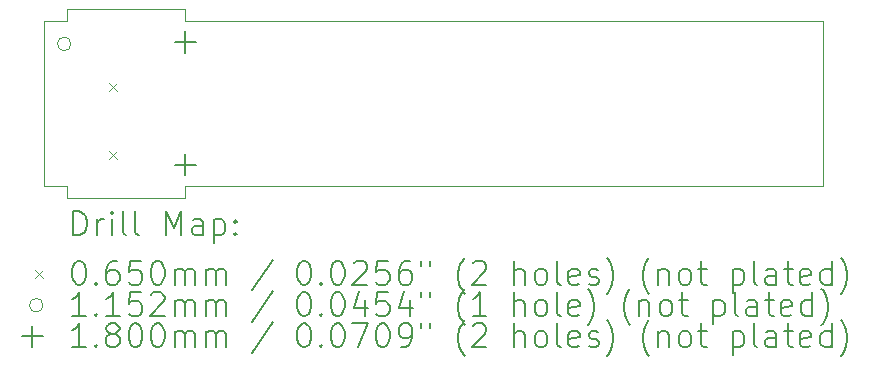
<source format=gbr>
%TF.GenerationSoftware,KiCad,Pcbnew,6.0.10+dfsg-1~bpo11+1*%
%TF.ProjectId,project,70726f6a-6563-4742-9e6b-696361645f70,rev?*%
%TF.SameCoordinates,Original*%
%TF.FileFunction,Drillmap*%
%TF.FilePolarity,Positive*%
%FSLAX45Y45*%
G04 Gerber Fmt 4.5, Leading zero omitted, Abs format (unit mm)*
%MOMM*%
%LPD*%
G01*
G04 APERTURE LIST*
%ADD10C,0.100000*%
%ADD11C,0.200000*%
%ADD12C,0.065000*%
%ADD13C,0.115200*%
%ADD14C,0.180000*%
G04 APERTURE END LIST*
D10*
X12026250Y-7603750D02*
X12026250Y-7503750D01*
X18426250Y-7603750D02*
X18426250Y-9003750D01*
X18426250Y-9003750D02*
X13026250Y-9003750D01*
X13026250Y-7503750D02*
X13026250Y-7603750D01*
X13026250Y-7603750D02*
X18426250Y-7603750D01*
X12026250Y-7503750D02*
X13026250Y-7503750D01*
X11826250Y-9003750D02*
X12026250Y-9003750D01*
X12026250Y-7603750D02*
X11826250Y-7603750D01*
X12026250Y-9103750D02*
X13026250Y-9103750D01*
X11826250Y-9003750D02*
X11826250Y-7603750D01*
X13026250Y-9103750D02*
X13026250Y-9003750D01*
X12026250Y-9003750D02*
X12026250Y-9103750D01*
D11*
D12*
X12381250Y-8132250D02*
X12446250Y-8197250D01*
X12446250Y-8132250D02*
X12381250Y-8197250D01*
X12381250Y-8710250D02*
X12446250Y-8775250D01*
X12446250Y-8710250D02*
X12381250Y-8775250D01*
D13*
X12057600Y-7800000D02*
G75*
G03*
X12057600Y-7800000I-57600J0D01*
G01*
D14*
X13026250Y-7693750D02*
X13026250Y-7873750D01*
X12936250Y-7783750D02*
X13116250Y-7783750D01*
X13026250Y-8733750D02*
X13026250Y-8913750D01*
X12936250Y-8823750D02*
X13116250Y-8823750D01*
D11*
X12078869Y-9419226D02*
X12078869Y-9219226D01*
X12126488Y-9219226D01*
X12155059Y-9228750D01*
X12174107Y-9247798D01*
X12183631Y-9266845D01*
X12193155Y-9304940D01*
X12193155Y-9333512D01*
X12183631Y-9371607D01*
X12174107Y-9390655D01*
X12155059Y-9409702D01*
X12126488Y-9419226D01*
X12078869Y-9419226D01*
X12278869Y-9419226D02*
X12278869Y-9285893D01*
X12278869Y-9323988D02*
X12288393Y-9304940D01*
X12297917Y-9295417D01*
X12316964Y-9285893D01*
X12336012Y-9285893D01*
X12402678Y-9419226D02*
X12402678Y-9285893D01*
X12402678Y-9219226D02*
X12393155Y-9228750D01*
X12402678Y-9238274D01*
X12412202Y-9228750D01*
X12402678Y-9219226D01*
X12402678Y-9238274D01*
X12526488Y-9419226D02*
X12507440Y-9409702D01*
X12497917Y-9390655D01*
X12497917Y-9219226D01*
X12631250Y-9419226D02*
X12612202Y-9409702D01*
X12602678Y-9390655D01*
X12602678Y-9219226D01*
X12859821Y-9419226D02*
X12859821Y-9219226D01*
X12926488Y-9362083D01*
X12993155Y-9219226D01*
X12993155Y-9419226D01*
X13174107Y-9419226D02*
X13174107Y-9314464D01*
X13164583Y-9295417D01*
X13145536Y-9285893D01*
X13107440Y-9285893D01*
X13088393Y-9295417D01*
X13174107Y-9409702D02*
X13155059Y-9419226D01*
X13107440Y-9419226D01*
X13088393Y-9409702D01*
X13078869Y-9390655D01*
X13078869Y-9371607D01*
X13088393Y-9352560D01*
X13107440Y-9343036D01*
X13155059Y-9343036D01*
X13174107Y-9333512D01*
X13269345Y-9285893D02*
X13269345Y-9485893D01*
X13269345Y-9295417D02*
X13288393Y-9285893D01*
X13326488Y-9285893D01*
X13345536Y-9295417D01*
X13355059Y-9304940D01*
X13364583Y-9323988D01*
X13364583Y-9381131D01*
X13355059Y-9400179D01*
X13345536Y-9409702D01*
X13326488Y-9419226D01*
X13288393Y-9419226D01*
X13269345Y-9409702D01*
X13450298Y-9400179D02*
X13459821Y-9409702D01*
X13450298Y-9419226D01*
X13440774Y-9409702D01*
X13450298Y-9400179D01*
X13450298Y-9419226D01*
X13450298Y-9295417D02*
X13459821Y-9304940D01*
X13450298Y-9314464D01*
X13440774Y-9304940D01*
X13450298Y-9295417D01*
X13450298Y-9314464D01*
D12*
X11756250Y-9716250D02*
X11821250Y-9781250D01*
X11821250Y-9716250D02*
X11756250Y-9781250D01*
D11*
X12116964Y-9639226D02*
X12136012Y-9639226D01*
X12155059Y-9648750D01*
X12164583Y-9658274D01*
X12174107Y-9677321D01*
X12183631Y-9715417D01*
X12183631Y-9763036D01*
X12174107Y-9801131D01*
X12164583Y-9820179D01*
X12155059Y-9829702D01*
X12136012Y-9839226D01*
X12116964Y-9839226D01*
X12097917Y-9829702D01*
X12088393Y-9820179D01*
X12078869Y-9801131D01*
X12069345Y-9763036D01*
X12069345Y-9715417D01*
X12078869Y-9677321D01*
X12088393Y-9658274D01*
X12097917Y-9648750D01*
X12116964Y-9639226D01*
X12269345Y-9820179D02*
X12278869Y-9829702D01*
X12269345Y-9839226D01*
X12259821Y-9829702D01*
X12269345Y-9820179D01*
X12269345Y-9839226D01*
X12450298Y-9639226D02*
X12412202Y-9639226D01*
X12393155Y-9648750D01*
X12383631Y-9658274D01*
X12364583Y-9686845D01*
X12355059Y-9724940D01*
X12355059Y-9801131D01*
X12364583Y-9820179D01*
X12374107Y-9829702D01*
X12393155Y-9839226D01*
X12431250Y-9839226D01*
X12450298Y-9829702D01*
X12459821Y-9820179D01*
X12469345Y-9801131D01*
X12469345Y-9753512D01*
X12459821Y-9734464D01*
X12450298Y-9724940D01*
X12431250Y-9715417D01*
X12393155Y-9715417D01*
X12374107Y-9724940D01*
X12364583Y-9734464D01*
X12355059Y-9753512D01*
X12650298Y-9639226D02*
X12555059Y-9639226D01*
X12545536Y-9734464D01*
X12555059Y-9724940D01*
X12574107Y-9715417D01*
X12621726Y-9715417D01*
X12640774Y-9724940D01*
X12650298Y-9734464D01*
X12659821Y-9753512D01*
X12659821Y-9801131D01*
X12650298Y-9820179D01*
X12640774Y-9829702D01*
X12621726Y-9839226D01*
X12574107Y-9839226D01*
X12555059Y-9829702D01*
X12545536Y-9820179D01*
X12783631Y-9639226D02*
X12802678Y-9639226D01*
X12821726Y-9648750D01*
X12831250Y-9658274D01*
X12840774Y-9677321D01*
X12850298Y-9715417D01*
X12850298Y-9763036D01*
X12840774Y-9801131D01*
X12831250Y-9820179D01*
X12821726Y-9829702D01*
X12802678Y-9839226D01*
X12783631Y-9839226D01*
X12764583Y-9829702D01*
X12755059Y-9820179D01*
X12745536Y-9801131D01*
X12736012Y-9763036D01*
X12736012Y-9715417D01*
X12745536Y-9677321D01*
X12755059Y-9658274D01*
X12764583Y-9648750D01*
X12783631Y-9639226D01*
X12936012Y-9839226D02*
X12936012Y-9705893D01*
X12936012Y-9724940D02*
X12945536Y-9715417D01*
X12964583Y-9705893D01*
X12993155Y-9705893D01*
X13012202Y-9715417D01*
X13021726Y-9734464D01*
X13021726Y-9839226D01*
X13021726Y-9734464D02*
X13031250Y-9715417D01*
X13050298Y-9705893D01*
X13078869Y-9705893D01*
X13097917Y-9715417D01*
X13107440Y-9734464D01*
X13107440Y-9839226D01*
X13202678Y-9839226D02*
X13202678Y-9705893D01*
X13202678Y-9724940D02*
X13212202Y-9715417D01*
X13231250Y-9705893D01*
X13259821Y-9705893D01*
X13278869Y-9715417D01*
X13288393Y-9734464D01*
X13288393Y-9839226D01*
X13288393Y-9734464D02*
X13297917Y-9715417D01*
X13316964Y-9705893D01*
X13345536Y-9705893D01*
X13364583Y-9715417D01*
X13374107Y-9734464D01*
X13374107Y-9839226D01*
X13764583Y-9629702D02*
X13593155Y-9886845D01*
X14021726Y-9639226D02*
X14040774Y-9639226D01*
X14059821Y-9648750D01*
X14069345Y-9658274D01*
X14078869Y-9677321D01*
X14088393Y-9715417D01*
X14088393Y-9763036D01*
X14078869Y-9801131D01*
X14069345Y-9820179D01*
X14059821Y-9829702D01*
X14040774Y-9839226D01*
X14021726Y-9839226D01*
X14002678Y-9829702D01*
X13993155Y-9820179D01*
X13983631Y-9801131D01*
X13974107Y-9763036D01*
X13974107Y-9715417D01*
X13983631Y-9677321D01*
X13993155Y-9658274D01*
X14002678Y-9648750D01*
X14021726Y-9639226D01*
X14174107Y-9820179D02*
X14183631Y-9829702D01*
X14174107Y-9839226D01*
X14164583Y-9829702D01*
X14174107Y-9820179D01*
X14174107Y-9839226D01*
X14307440Y-9639226D02*
X14326488Y-9639226D01*
X14345536Y-9648750D01*
X14355059Y-9658274D01*
X14364583Y-9677321D01*
X14374107Y-9715417D01*
X14374107Y-9763036D01*
X14364583Y-9801131D01*
X14355059Y-9820179D01*
X14345536Y-9829702D01*
X14326488Y-9839226D01*
X14307440Y-9839226D01*
X14288393Y-9829702D01*
X14278869Y-9820179D01*
X14269345Y-9801131D01*
X14259821Y-9763036D01*
X14259821Y-9715417D01*
X14269345Y-9677321D01*
X14278869Y-9658274D01*
X14288393Y-9648750D01*
X14307440Y-9639226D01*
X14450298Y-9658274D02*
X14459821Y-9648750D01*
X14478869Y-9639226D01*
X14526488Y-9639226D01*
X14545536Y-9648750D01*
X14555059Y-9658274D01*
X14564583Y-9677321D01*
X14564583Y-9696369D01*
X14555059Y-9724940D01*
X14440774Y-9839226D01*
X14564583Y-9839226D01*
X14745536Y-9639226D02*
X14650298Y-9639226D01*
X14640774Y-9734464D01*
X14650298Y-9724940D01*
X14669345Y-9715417D01*
X14716964Y-9715417D01*
X14736012Y-9724940D01*
X14745536Y-9734464D01*
X14755059Y-9753512D01*
X14755059Y-9801131D01*
X14745536Y-9820179D01*
X14736012Y-9829702D01*
X14716964Y-9839226D01*
X14669345Y-9839226D01*
X14650298Y-9829702D01*
X14640774Y-9820179D01*
X14926488Y-9639226D02*
X14888393Y-9639226D01*
X14869345Y-9648750D01*
X14859821Y-9658274D01*
X14840774Y-9686845D01*
X14831250Y-9724940D01*
X14831250Y-9801131D01*
X14840774Y-9820179D01*
X14850298Y-9829702D01*
X14869345Y-9839226D01*
X14907440Y-9839226D01*
X14926488Y-9829702D01*
X14936012Y-9820179D01*
X14945536Y-9801131D01*
X14945536Y-9753512D01*
X14936012Y-9734464D01*
X14926488Y-9724940D01*
X14907440Y-9715417D01*
X14869345Y-9715417D01*
X14850298Y-9724940D01*
X14840774Y-9734464D01*
X14831250Y-9753512D01*
X15021726Y-9639226D02*
X15021726Y-9677321D01*
X15097917Y-9639226D02*
X15097917Y-9677321D01*
X15393155Y-9915417D02*
X15383631Y-9905893D01*
X15364583Y-9877321D01*
X15355059Y-9858274D01*
X15345536Y-9829702D01*
X15336012Y-9782083D01*
X15336012Y-9743988D01*
X15345536Y-9696369D01*
X15355059Y-9667798D01*
X15364583Y-9648750D01*
X15383631Y-9620179D01*
X15393155Y-9610655D01*
X15459821Y-9658274D02*
X15469345Y-9648750D01*
X15488393Y-9639226D01*
X15536012Y-9639226D01*
X15555059Y-9648750D01*
X15564583Y-9658274D01*
X15574107Y-9677321D01*
X15574107Y-9696369D01*
X15564583Y-9724940D01*
X15450298Y-9839226D01*
X15574107Y-9839226D01*
X15812202Y-9839226D02*
X15812202Y-9639226D01*
X15897917Y-9839226D02*
X15897917Y-9734464D01*
X15888393Y-9715417D01*
X15869345Y-9705893D01*
X15840774Y-9705893D01*
X15821726Y-9715417D01*
X15812202Y-9724940D01*
X16021726Y-9839226D02*
X16002678Y-9829702D01*
X15993155Y-9820179D01*
X15983631Y-9801131D01*
X15983631Y-9743988D01*
X15993155Y-9724940D01*
X16002678Y-9715417D01*
X16021726Y-9705893D01*
X16050298Y-9705893D01*
X16069345Y-9715417D01*
X16078869Y-9724940D01*
X16088393Y-9743988D01*
X16088393Y-9801131D01*
X16078869Y-9820179D01*
X16069345Y-9829702D01*
X16050298Y-9839226D01*
X16021726Y-9839226D01*
X16202678Y-9839226D02*
X16183631Y-9829702D01*
X16174107Y-9810655D01*
X16174107Y-9639226D01*
X16355059Y-9829702D02*
X16336012Y-9839226D01*
X16297917Y-9839226D01*
X16278869Y-9829702D01*
X16269345Y-9810655D01*
X16269345Y-9734464D01*
X16278869Y-9715417D01*
X16297917Y-9705893D01*
X16336012Y-9705893D01*
X16355059Y-9715417D01*
X16364583Y-9734464D01*
X16364583Y-9753512D01*
X16269345Y-9772560D01*
X16440774Y-9829702D02*
X16459821Y-9839226D01*
X16497917Y-9839226D01*
X16516964Y-9829702D01*
X16526488Y-9810655D01*
X16526488Y-9801131D01*
X16516964Y-9782083D01*
X16497917Y-9772560D01*
X16469345Y-9772560D01*
X16450298Y-9763036D01*
X16440774Y-9743988D01*
X16440774Y-9734464D01*
X16450298Y-9715417D01*
X16469345Y-9705893D01*
X16497917Y-9705893D01*
X16516964Y-9715417D01*
X16593155Y-9915417D02*
X16602678Y-9905893D01*
X16621726Y-9877321D01*
X16631250Y-9858274D01*
X16640774Y-9829702D01*
X16650298Y-9782083D01*
X16650298Y-9743988D01*
X16640774Y-9696369D01*
X16631250Y-9667798D01*
X16621726Y-9648750D01*
X16602678Y-9620179D01*
X16593155Y-9610655D01*
X16955060Y-9915417D02*
X16945536Y-9905893D01*
X16926488Y-9877321D01*
X16916964Y-9858274D01*
X16907440Y-9829702D01*
X16897917Y-9782083D01*
X16897917Y-9743988D01*
X16907440Y-9696369D01*
X16916964Y-9667798D01*
X16926488Y-9648750D01*
X16945536Y-9620179D01*
X16955060Y-9610655D01*
X17031250Y-9705893D02*
X17031250Y-9839226D01*
X17031250Y-9724940D02*
X17040774Y-9715417D01*
X17059821Y-9705893D01*
X17088393Y-9705893D01*
X17107440Y-9715417D01*
X17116964Y-9734464D01*
X17116964Y-9839226D01*
X17240774Y-9839226D02*
X17221726Y-9829702D01*
X17212202Y-9820179D01*
X17202679Y-9801131D01*
X17202679Y-9743988D01*
X17212202Y-9724940D01*
X17221726Y-9715417D01*
X17240774Y-9705893D01*
X17269345Y-9705893D01*
X17288393Y-9715417D01*
X17297917Y-9724940D01*
X17307440Y-9743988D01*
X17307440Y-9801131D01*
X17297917Y-9820179D01*
X17288393Y-9829702D01*
X17269345Y-9839226D01*
X17240774Y-9839226D01*
X17364583Y-9705893D02*
X17440774Y-9705893D01*
X17393155Y-9639226D02*
X17393155Y-9810655D01*
X17402679Y-9829702D01*
X17421726Y-9839226D01*
X17440774Y-9839226D01*
X17659821Y-9705893D02*
X17659821Y-9905893D01*
X17659821Y-9715417D02*
X17678869Y-9705893D01*
X17716964Y-9705893D01*
X17736012Y-9715417D01*
X17745536Y-9724940D01*
X17755060Y-9743988D01*
X17755060Y-9801131D01*
X17745536Y-9820179D01*
X17736012Y-9829702D01*
X17716964Y-9839226D01*
X17678869Y-9839226D01*
X17659821Y-9829702D01*
X17869345Y-9839226D02*
X17850298Y-9829702D01*
X17840774Y-9810655D01*
X17840774Y-9639226D01*
X18031250Y-9839226D02*
X18031250Y-9734464D01*
X18021726Y-9715417D01*
X18002679Y-9705893D01*
X17964583Y-9705893D01*
X17945536Y-9715417D01*
X18031250Y-9829702D02*
X18012202Y-9839226D01*
X17964583Y-9839226D01*
X17945536Y-9829702D01*
X17936012Y-9810655D01*
X17936012Y-9791607D01*
X17945536Y-9772560D01*
X17964583Y-9763036D01*
X18012202Y-9763036D01*
X18031250Y-9753512D01*
X18097917Y-9705893D02*
X18174107Y-9705893D01*
X18126488Y-9639226D02*
X18126488Y-9810655D01*
X18136012Y-9829702D01*
X18155060Y-9839226D01*
X18174107Y-9839226D01*
X18316964Y-9829702D02*
X18297917Y-9839226D01*
X18259821Y-9839226D01*
X18240774Y-9829702D01*
X18231250Y-9810655D01*
X18231250Y-9734464D01*
X18240774Y-9715417D01*
X18259821Y-9705893D01*
X18297917Y-9705893D01*
X18316964Y-9715417D01*
X18326488Y-9734464D01*
X18326488Y-9753512D01*
X18231250Y-9772560D01*
X18497917Y-9839226D02*
X18497917Y-9639226D01*
X18497917Y-9829702D02*
X18478869Y-9839226D01*
X18440774Y-9839226D01*
X18421726Y-9829702D01*
X18412202Y-9820179D01*
X18402679Y-9801131D01*
X18402679Y-9743988D01*
X18412202Y-9724940D01*
X18421726Y-9715417D01*
X18440774Y-9705893D01*
X18478869Y-9705893D01*
X18497917Y-9715417D01*
X18574107Y-9915417D02*
X18583631Y-9905893D01*
X18602679Y-9877321D01*
X18612202Y-9858274D01*
X18621726Y-9829702D01*
X18631250Y-9782083D01*
X18631250Y-9743988D01*
X18621726Y-9696369D01*
X18612202Y-9667798D01*
X18602679Y-9648750D01*
X18583631Y-9620179D01*
X18574107Y-9610655D01*
D13*
X11821250Y-10012750D02*
G75*
G03*
X11821250Y-10012750I-57600J0D01*
G01*
D11*
X12183631Y-10103226D02*
X12069345Y-10103226D01*
X12126488Y-10103226D02*
X12126488Y-9903226D01*
X12107440Y-9931798D01*
X12088393Y-9950845D01*
X12069345Y-9960369D01*
X12269345Y-10084179D02*
X12278869Y-10093702D01*
X12269345Y-10103226D01*
X12259821Y-10093702D01*
X12269345Y-10084179D01*
X12269345Y-10103226D01*
X12469345Y-10103226D02*
X12355059Y-10103226D01*
X12412202Y-10103226D02*
X12412202Y-9903226D01*
X12393155Y-9931798D01*
X12374107Y-9950845D01*
X12355059Y-9960369D01*
X12650298Y-9903226D02*
X12555059Y-9903226D01*
X12545536Y-9998464D01*
X12555059Y-9988940D01*
X12574107Y-9979417D01*
X12621726Y-9979417D01*
X12640774Y-9988940D01*
X12650298Y-9998464D01*
X12659821Y-10017512D01*
X12659821Y-10065131D01*
X12650298Y-10084179D01*
X12640774Y-10093702D01*
X12621726Y-10103226D01*
X12574107Y-10103226D01*
X12555059Y-10093702D01*
X12545536Y-10084179D01*
X12736012Y-9922274D02*
X12745536Y-9912750D01*
X12764583Y-9903226D01*
X12812202Y-9903226D01*
X12831250Y-9912750D01*
X12840774Y-9922274D01*
X12850298Y-9941321D01*
X12850298Y-9960369D01*
X12840774Y-9988940D01*
X12726488Y-10103226D01*
X12850298Y-10103226D01*
X12936012Y-10103226D02*
X12936012Y-9969893D01*
X12936012Y-9988940D02*
X12945536Y-9979417D01*
X12964583Y-9969893D01*
X12993155Y-9969893D01*
X13012202Y-9979417D01*
X13021726Y-9998464D01*
X13021726Y-10103226D01*
X13021726Y-9998464D02*
X13031250Y-9979417D01*
X13050298Y-9969893D01*
X13078869Y-9969893D01*
X13097917Y-9979417D01*
X13107440Y-9998464D01*
X13107440Y-10103226D01*
X13202678Y-10103226D02*
X13202678Y-9969893D01*
X13202678Y-9988940D02*
X13212202Y-9979417D01*
X13231250Y-9969893D01*
X13259821Y-9969893D01*
X13278869Y-9979417D01*
X13288393Y-9998464D01*
X13288393Y-10103226D01*
X13288393Y-9998464D02*
X13297917Y-9979417D01*
X13316964Y-9969893D01*
X13345536Y-9969893D01*
X13364583Y-9979417D01*
X13374107Y-9998464D01*
X13374107Y-10103226D01*
X13764583Y-9893702D02*
X13593155Y-10150845D01*
X14021726Y-9903226D02*
X14040774Y-9903226D01*
X14059821Y-9912750D01*
X14069345Y-9922274D01*
X14078869Y-9941321D01*
X14088393Y-9979417D01*
X14088393Y-10027036D01*
X14078869Y-10065131D01*
X14069345Y-10084179D01*
X14059821Y-10093702D01*
X14040774Y-10103226D01*
X14021726Y-10103226D01*
X14002678Y-10093702D01*
X13993155Y-10084179D01*
X13983631Y-10065131D01*
X13974107Y-10027036D01*
X13974107Y-9979417D01*
X13983631Y-9941321D01*
X13993155Y-9922274D01*
X14002678Y-9912750D01*
X14021726Y-9903226D01*
X14174107Y-10084179D02*
X14183631Y-10093702D01*
X14174107Y-10103226D01*
X14164583Y-10093702D01*
X14174107Y-10084179D01*
X14174107Y-10103226D01*
X14307440Y-9903226D02*
X14326488Y-9903226D01*
X14345536Y-9912750D01*
X14355059Y-9922274D01*
X14364583Y-9941321D01*
X14374107Y-9979417D01*
X14374107Y-10027036D01*
X14364583Y-10065131D01*
X14355059Y-10084179D01*
X14345536Y-10093702D01*
X14326488Y-10103226D01*
X14307440Y-10103226D01*
X14288393Y-10093702D01*
X14278869Y-10084179D01*
X14269345Y-10065131D01*
X14259821Y-10027036D01*
X14259821Y-9979417D01*
X14269345Y-9941321D01*
X14278869Y-9922274D01*
X14288393Y-9912750D01*
X14307440Y-9903226D01*
X14545536Y-9969893D02*
X14545536Y-10103226D01*
X14497917Y-9893702D02*
X14450298Y-10036560D01*
X14574107Y-10036560D01*
X14745536Y-9903226D02*
X14650298Y-9903226D01*
X14640774Y-9998464D01*
X14650298Y-9988940D01*
X14669345Y-9979417D01*
X14716964Y-9979417D01*
X14736012Y-9988940D01*
X14745536Y-9998464D01*
X14755059Y-10017512D01*
X14755059Y-10065131D01*
X14745536Y-10084179D01*
X14736012Y-10093702D01*
X14716964Y-10103226D01*
X14669345Y-10103226D01*
X14650298Y-10093702D01*
X14640774Y-10084179D01*
X14926488Y-9969893D02*
X14926488Y-10103226D01*
X14878869Y-9893702D02*
X14831250Y-10036560D01*
X14955059Y-10036560D01*
X15021726Y-9903226D02*
X15021726Y-9941321D01*
X15097917Y-9903226D02*
X15097917Y-9941321D01*
X15393155Y-10179417D02*
X15383631Y-10169893D01*
X15364583Y-10141321D01*
X15355059Y-10122274D01*
X15345536Y-10093702D01*
X15336012Y-10046083D01*
X15336012Y-10007988D01*
X15345536Y-9960369D01*
X15355059Y-9931798D01*
X15364583Y-9912750D01*
X15383631Y-9884179D01*
X15393155Y-9874655D01*
X15574107Y-10103226D02*
X15459821Y-10103226D01*
X15516964Y-10103226D02*
X15516964Y-9903226D01*
X15497917Y-9931798D01*
X15478869Y-9950845D01*
X15459821Y-9960369D01*
X15812202Y-10103226D02*
X15812202Y-9903226D01*
X15897917Y-10103226D02*
X15897917Y-9998464D01*
X15888393Y-9979417D01*
X15869345Y-9969893D01*
X15840774Y-9969893D01*
X15821726Y-9979417D01*
X15812202Y-9988940D01*
X16021726Y-10103226D02*
X16002678Y-10093702D01*
X15993155Y-10084179D01*
X15983631Y-10065131D01*
X15983631Y-10007988D01*
X15993155Y-9988940D01*
X16002678Y-9979417D01*
X16021726Y-9969893D01*
X16050298Y-9969893D01*
X16069345Y-9979417D01*
X16078869Y-9988940D01*
X16088393Y-10007988D01*
X16088393Y-10065131D01*
X16078869Y-10084179D01*
X16069345Y-10093702D01*
X16050298Y-10103226D01*
X16021726Y-10103226D01*
X16202678Y-10103226D02*
X16183631Y-10093702D01*
X16174107Y-10074655D01*
X16174107Y-9903226D01*
X16355059Y-10093702D02*
X16336012Y-10103226D01*
X16297917Y-10103226D01*
X16278869Y-10093702D01*
X16269345Y-10074655D01*
X16269345Y-9998464D01*
X16278869Y-9979417D01*
X16297917Y-9969893D01*
X16336012Y-9969893D01*
X16355059Y-9979417D01*
X16364583Y-9998464D01*
X16364583Y-10017512D01*
X16269345Y-10036560D01*
X16431250Y-10179417D02*
X16440774Y-10169893D01*
X16459821Y-10141321D01*
X16469345Y-10122274D01*
X16478869Y-10093702D01*
X16488393Y-10046083D01*
X16488393Y-10007988D01*
X16478869Y-9960369D01*
X16469345Y-9931798D01*
X16459821Y-9912750D01*
X16440774Y-9884179D01*
X16431250Y-9874655D01*
X16793155Y-10179417D02*
X16783631Y-10169893D01*
X16764583Y-10141321D01*
X16755059Y-10122274D01*
X16745536Y-10093702D01*
X16736012Y-10046083D01*
X16736012Y-10007988D01*
X16745536Y-9960369D01*
X16755059Y-9931798D01*
X16764583Y-9912750D01*
X16783631Y-9884179D01*
X16793155Y-9874655D01*
X16869345Y-9969893D02*
X16869345Y-10103226D01*
X16869345Y-9988940D02*
X16878869Y-9979417D01*
X16897917Y-9969893D01*
X16926488Y-9969893D01*
X16945536Y-9979417D01*
X16955060Y-9998464D01*
X16955060Y-10103226D01*
X17078869Y-10103226D02*
X17059821Y-10093702D01*
X17050298Y-10084179D01*
X17040774Y-10065131D01*
X17040774Y-10007988D01*
X17050298Y-9988940D01*
X17059821Y-9979417D01*
X17078869Y-9969893D01*
X17107440Y-9969893D01*
X17126488Y-9979417D01*
X17136012Y-9988940D01*
X17145536Y-10007988D01*
X17145536Y-10065131D01*
X17136012Y-10084179D01*
X17126488Y-10093702D01*
X17107440Y-10103226D01*
X17078869Y-10103226D01*
X17202679Y-9969893D02*
X17278869Y-9969893D01*
X17231250Y-9903226D02*
X17231250Y-10074655D01*
X17240774Y-10093702D01*
X17259821Y-10103226D01*
X17278869Y-10103226D01*
X17497917Y-9969893D02*
X17497917Y-10169893D01*
X17497917Y-9979417D02*
X17516964Y-9969893D01*
X17555060Y-9969893D01*
X17574107Y-9979417D01*
X17583631Y-9988940D01*
X17593155Y-10007988D01*
X17593155Y-10065131D01*
X17583631Y-10084179D01*
X17574107Y-10093702D01*
X17555060Y-10103226D01*
X17516964Y-10103226D01*
X17497917Y-10093702D01*
X17707440Y-10103226D02*
X17688393Y-10093702D01*
X17678869Y-10074655D01*
X17678869Y-9903226D01*
X17869345Y-10103226D02*
X17869345Y-9998464D01*
X17859821Y-9979417D01*
X17840774Y-9969893D01*
X17802679Y-9969893D01*
X17783631Y-9979417D01*
X17869345Y-10093702D02*
X17850298Y-10103226D01*
X17802679Y-10103226D01*
X17783631Y-10093702D01*
X17774107Y-10074655D01*
X17774107Y-10055607D01*
X17783631Y-10036560D01*
X17802679Y-10027036D01*
X17850298Y-10027036D01*
X17869345Y-10017512D01*
X17936012Y-9969893D02*
X18012202Y-9969893D01*
X17964583Y-9903226D02*
X17964583Y-10074655D01*
X17974107Y-10093702D01*
X17993155Y-10103226D01*
X18012202Y-10103226D01*
X18155060Y-10093702D02*
X18136012Y-10103226D01*
X18097917Y-10103226D01*
X18078869Y-10093702D01*
X18069345Y-10074655D01*
X18069345Y-9998464D01*
X18078869Y-9979417D01*
X18097917Y-9969893D01*
X18136012Y-9969893D01*
X18155060Y-9979417D01*
X18164583Y-9998464D01*
X18164583Y-10017512D01*
X18069345Y-10036560D01*
X18336012Y-10103226D02*
X18336012Y-9903226D01*
X18336012Y-10093702D02*
X18316964Y-10103226D01*
X18278869Y-10103226D01*
X18259821Y-10093702D01*
X18250298Y-10084179D01*
X18240774Y-10065131D01*
X18240774Y-10007988D01*
X18250298Y-9988940D01*
X18259821Y-9979417D01*
X18278869Y-9969893D01*
X18316964Y-9969893D01*
X18336012Y-9979417D01*
X18412202Y-10179417D02*
X18421726Y-10169893D01*
X18440774Y-10141321D01*
X18450298Y-10122274D01*
X18459821Y-10093702D01*
X18469345Y-10046083D01*
X18469345Y-10007988D01*
X18459821Y-9960369D01*
X18450298Y-9931798D01*
X18440774Y-9912750D01*
X18421726Y-9884179D01*
X18412202Y-9874655D01*
D14*
X11731250Y-10186750D02*
X11731250Y-10366750D01*
X11641250Y-10276750D02*
X11821250Y-10276750D01*
D11*
X12183631Y-10367226D02*
X12069345Y-10367226D01*
X12126488Y-10367226D02*
X12126488Y-10167226D01*
X12107440Y-10195798D01*
X12088393Y-10214845D01*
X12069345Y-10224369D01*
X12269345Y-10348179D02*
X12278869Y-10357702D01*
X12269345Y-10367226D01*
X12259821Y-10357702D01*
X12269345Y-10348179D01*
X12269345Y-10367226D01*
X12393155Y-10252940D02*
X12374107Y-10243417D01*
X12364583Y-10233893D01*
X12355059Y-10214845D01*
X12355059Y-10205321D01*
X12364583Y-10186274D01*
X12374107Y-10176750D01*
X12393155Y-10167226D01*
X12431250Y-10167226D01*
X12450298Y-10176750D01*
X12459821Y-10186274D01*
X12469345Y-10205321D01*
X12469345Y-10214845D01*
X12459821Y-10233893D01*
X12450298Y-10243417D01*
X12431250Y-10252940D01*
X12393155Y-10252940D01*
X12374107Y-10262464D01*
X12364583Y-10271988D01*
X12355059Y-10291036D01*
X12355059Y-10329131D01*
X12364583Y-10348179D01*
X12374107Y-10357702D01*
X12393155Y-10367226D01*
X12431250Y-10367226D01*
X12450298Y-10357702D01*
X12459821Y-10348179D01*
X12469345Y-10329131D01*
X12469345Y-10291036D01*
X12459821Y-10271988D01*
X12450298Y-10262464D01*
X12431250Y-10252940D01*
X12593155Y-10167226D02*
X12612202Y-10167226D01*
X12631250Y-10176750D01*
X12640774Y-10186274D01*
X12650298Y-10205321D01*
X12659821Y-10243417D01*
X12659821Y-10291036D01*
X12650298Y-10329131D01*
X12640774Y-10348179D01*
X12631250Y-10357702D01*
X12612202Y-10367226D01*
X12593155Y-10367226D01*
X12574107Y-10357702D01*
X12564583Y-10348179D01*
X12555059Y-10329131D01*
X12545536Y-10291036D01*
X12545536Y-10243417D01*
X12555059Y-10205321D01*
X12564583Y-10186274D01*
X12574107Y-10176750D01*
X12593155Y-10167226D01*
X12783631Y-10167226D02*
X12802678Y-10167226D01*
X12821726Y-10176750D01*
X12831250Y-10186274D01*
X12840774Y-10205321D01*
X12850298Y-10243417D01*
X12850298Y-10291036D01*
X12840774Y-10329131D01*
X12831250Y-10348179D01*
X12821726Y-10357702D01*
X12802678Y-10367226D01*
X12783631Y-10367226D01*
X12764583Y-10357702D01*
X12755059Y-10348179D01*
X12745536Y-10329131D01*
X12736012Y-10291036D01*
X12736012Y-10243417D01*
X12745536Y-10205321D01*
X12755059Y-10186274D01*
X12764583Y-10176750D01*
X12783631Y-10167226D01*
X12936012Y-10367226D02*
X12936012Y-10233893D01*
X12936012Y-10252940D02*
X12945536Y-10243417D01*
X12964583Y-10233893D01*
X12993155Y-10233893D01*
X13012202Y-10243417D01*
X13021726Y-10262464D01*
X13021726Y-10367226D01*
X13021726Y-10262464D02*
X13031250Y-10243417D01*
X13050298Y-10233893D01*
X13078869Y-10233893D01*
X13097917Y-10243417D01*
X13107440Y-10262464D01*
X13107440Y-10367226D01*
X13202678Y-10367226D02*
X13202678Y-10233893D01*
X13202678Y-10252940D02*
X13212202Y-10243417D01*
X13231250Y-10233893D01*
X13259821Y-10233893D01*
X13278869Y-10243417D01*
X13288393Y-10262464D01*
X13288393Y-10367226D01*
X13288393Y-10262464D02*
X13297917Y-10243417D01*
X13316964Y-10233893D01*
X13345536Y-10233893D01*
X13364583Y-10243417D01*
X13374107Y-10262464D01*
X13374107Y-10367226D01*
X13764583Y-10157702D02*
X13593155Y-10414845D01*
X14021726Y-10167226D02*
X14040774Y-10167226D01*
X14059821Y-10176750D01*
X14069345Y-10186274D01*
X14078869Y-10205321D01*
X14088393Y-10243417D01*
X14088393Y-10291036D01*
X14078869Y-10329131D01*
X14069345Y-10348179D01*
X14059821Y-10357702D01*
X14040774Y-10367226D01*
X14021726Y-10367226D01*
X14002678Y-10357702D01*
X13993155Y-10348179D01*
X13983631Y-10329131D01*
X13974107Y-10291036D01*
X13974107Y-10243417D01*
X13983631Y-10205321D01*
X13993155Y-10186274D01*
X14002678Y-10176750D01*
X14021726Y-10167226D01*
X14174107Y-10348179D02*
X14183631Y-10357702D01*
X14174107Y-10367226D01*
X14164583Y-10357702D01*
X14174107Y-10348179D01*
X14174107Y-10367226D01*
X14307440Y-10167226D02*
X14326488Y-10167226D01*
X14345536Y-10176750D01*
X14355059Y-10186274D01*
X14364583Y-10205321D01*
X14374107Y-10243417D01*
X14374107Y-10291036D01*
X14364583Y-10329131D01*
X14355059Y-10348179D01*
X14345536Y-10357702D01*
X14326488Y-10367226D01*
X14307440Y-10367226D01*
X14288393Y-10357702D01*
X14278869Y-10348179D01*
X14269345Y-10329131D01*
X14259821Y-10291036D01*
X14259821Y-10243417D01*
X14269345Y-10205321D01*
X14278869Y-10186274D01*
X14288393Y-10176750D01*
X14307440Y-10167226D01*
X14440774Y-10167226D02*
X14574107Y-10167226D01*
X14488393Y-10367226D01*
X14688393Y-10167226D02*
X14707440Y-10167226D01*
X14726488Y-10176750D01*
X14736012Y-10186274D01*
X14745536Y-10205321D01*
X14755059Y-10243417D01*
X14755059Y-10291036D01*
X14745536Y-10329131D01*
X14736012Y-10348179D01*
X14726488Y-10357702D01*
X14707440Y-10367226D01*
X14688393Y-10367226D01*
X14669345Y-10357702D01*
X14659821Y-10348179D01*
X14650298Y-10329131D01*
X14640774Y-10291036D01*
X14640774Y-10243417D01*
X14650298Y-10205321D01*
X14659821Y-10186274D01*
X14669345Y-10176750D01*
X14688393Y-10167226D01*
X14850298Y-10367226D02*
X14888393Y-10367226D01*
X14907440Y-10357702D01*
X14916964Y-10348179D01*
X14936012Y-10319607D01*
X14945536Y-10281512D01*
X14945536Y-10205321D01*
X14936012Y-10186274D01*
X14926488Y-10176750D01*
X14907440Y-10167226D01*
X14869345Y-10167226D01*
X14850298Y-10176750D01*
X14840774Y-10186274D01*
X14831250Y-10205321D01*
X14831250Y-10252940D01*
X14840774Y-10271988D01*
X14850298Y-10281512D01*
X14869345Y-10291036D01*
X14907440Y-10291036D01*
X14926488Y-10281512D01*
X14936012Y-10271988D01*
X14945536Y-10252940D01*
X15021726Y-10167226D02*
X15021726Y-10205321D01*
X15097917Y-10167226D02*
X15097917Y-10205321D01*
X15393155Y-10443417D02*
X15383631Y-10433893D01*
X15364583Y-10405321D01*
X15355059Y-10386274D01*
X15345536Y-10357702D01*
X15336012Y-10310083D01*
X15336012Y-10271988D01*
X15345536Y-10224369D01*
X15355059Y-10195798D01*
X15364583Y-10176750D01*
X15383631Y-10148179D01*
X15393155Y-10138655D01*
X15459821Y-10186274D02*
X15469345Y-10176750D01*
X15488393Y-10167226D01*
X15536012Y-10167226D01*
X15555059Y-10176750D01*
X15564583Y-10186274D01*
X15574107Y-10205321D01*
X15574107Y-10224369D01*
X15564583Y-10252940D01*
X15450298Y-10367226D01*
X15574107Y-10367226D01*
X15812202Y-10367226D02*
X15812202Y-10167226D01*
X15897917Y-10367226D02*
X15897917Y-10262464D01*
X15888393Y-10243417D01*
X15869345Y-10233893D01*
X15840774Y-10233893D01*
X15821726Y-10243417D01*
X15812202Y-10252940D01*
X16021726Y-10367226D02*
X16002678Y-10357702D01*
X15993155Y-10348179D01*
X15983631Y-10329131D01*
X15983631Y-10271988D01*
X15993155Y-10252940D01*
X16002678Y-10243417D01*
X16021726Y-10233893D01*
X16050298Y-10233893D01*
X16069345Y-10243417D01*
X16078869Y-10252940D01*
X16088393Y-10271988D01*
X16088393Y-10329131D01*
X16078869Y-10348179D01*
X16069345Y-10357702D01*
X16050298Y-10367226D01*
X16021726Y-10367226D01*
X16202678Y-10367226D02*
X16183631Y-10357702D01*
X16174107Y-10338655D01*
X16174107Y-10167226D01*
X16355059Y-10357702D02*
X16336012Y-10367226D01*
X16297917Y-10367226D01*
X16278869Y-10357702D01*
X16269345Y-10338655D01*
X16269345Y-10262464D01*
X16278869Y-10243417D01*
X16297917Y-10233893D01*
X16336012Y-10233893D01*
X16355059Y-10243417D01*
X16364583Y-10262464D01*
X16364583Y-10281512D01*
X16269345Y-10300560D01*
X16440774Y-10357702D02*
X16459821Y-10367226D01*
X16497917Y-10367226D01*
X16516964Y-10357702D01*
X16526488Y-10338655D01*
X16526488Y-10329131D01*
X16516964Y-10310083D01*
X16497917Y-10300560D01*
X16469345Y-10300560D01*
X16450298Y-10291036D01*
X16440774Y-10271988D01*
X16440774Y-10262464D01*
X16450298Y-10243417D01*
X16469345Y-10233893D01*
X16497917Y-10233893D01*
X16516964Y-10243417D01*
X16593155Y-10443417D02*
X16602678Y-10433893D01*
X16621726Y-10405321D01*
X16631250Y-10386274D01*
X16640774Y-10357702D01*
X16650298Y-10310083D01*
X16650298Y-10271988D01*
X16640774Y-10224369D01*
X16631250Y-10195798D01*
X16621726Y-10176750D01*
X16602678Y-10148179D01*
X16593155Y-10138655D01*
X16955060Y-10443417D02*
X16945536Y-10433893D01*
X16926488Y-10405321D01*
X16916964Y-10386274D01*
X16907440Y-10357702D01*
X16897917Y-10310083D01*
X16897917Y-10271988D01*
X16907440Y-10224369D01*
X16916964Y-10195798D01*
X16926488Y-10176750D01*
X16945536Y-10148179D01*
X16955060Y-10138655D01*
X17031250Y-10233893D02*
X17031250Y-10367226D01*
X17031250Y-10252940D02*
X17040774Y-10243417D01*
X17059821Y-10233893D01*
X17088393Y-10233893D01*
X17107440Y-10243417D01*
X17116964Y-10262464D01*
X17116964Y-10367226D01*
X17240774Y-10367226D02*
X17221726Y-10357702D01*
X17212202Y-10348179D01*
X17202679Y-10329131D01*
X17202679Y-10271988D01*
X17212202Y-10252940D01*
X17221726Y-10243417D01*
X17240774Y-10233893D01*
X17269345Y-10233893D01*
X17288393Y-10243417D01*
X17297917Y-10252940D01*
X17307440Y-10271988D01*
X17307440Y-10329131D01*
X17297917Y-10348179D01*
X17288393Y-10357702D01*
X17269345Y-10367226D01*
X17240774Y-10367226D01*
X17364583Y-10233893D02*
X17440774Y-10233893D01*
X17393155Y-10167226D02*
X17393155Y-10338655D01*
X17402679Y-10357702D01*
X17421726Y-10367226D01*
X17440774Y-10367226D01*
X17659821Y-10233893D02*
X17659821Y-10433893D01*
X17659821Y-10243417D02*
X17678869Y-10233893D01*
X17716964Y-10233893D01*
X17736012Y-10243417D01*
X17745536Y-10252940D01*
X17755060Y-10271988D01*
X17755060Y-10329131D01*
X17745536Y-10348179D01*
X17736012Y-10357702D01*
X17716964Y-10367226D01*
X17678869Y-10367226D01*
X17659821Y-10357702D01*
X17869345Y-10367226D02*
X17850298Y-10357702D01*
X17840774Y-10338655D01*
X17840774Y-10167226D01*
X18031250Y-10367226D02*
X18031250Y-10262464D01*
X18021726Y-10243417D01*
X18002679Y-10233893D01*
X17964583Y-10233893D01*
X17945536Y-10243417D01*
X18031250Y-10357702D02*
X18012202Y-10367226D01*
X17964583Y-10367226D01*
X17945536Y-10357702D01*
X17936012Y-10338655D01*
X17936012Y-10319607D01*
X17945536Y-10300560D01*
X17964583Y-10291036D01*
X18012202Y-10291036D01*
X18031250Y-10281512D01*
X18097917Y-10233893D02*
X18174107Y-10233893D01*
X18126488Y-10167226D02*
X18126488Y-10338655D01*
X18136012Y-10357702D01*
X18155060Y-10367226D01*
X18174107Y-10367226D01*
X18316964Y-10357702D02*
X18297917Y-10367226D01*
X18259821Y-10367226D01*
X18240774Y-10357702D01*
X18231250Y-10338655D01*
X18231250Y-10262464D01*
X18240774Y-10243417D01*
X18259821Y-10233893D01*
X18297917Y-10233893D01*
X18316964Y-10243417D01*
X18326488Y-10262464D01*
X18326488Y-10281512D01*
X18231250Y-10300560D01*
X18497917Y-10367226D02*
X18497917Y-10167226D01*
X18497917Y-10357702D02*
X18478869Y-10367226D01*
X18440774Y-10367226D01*
X18421726Y-10357702D01*
X18412202Y-10348179D01*
X18402679Y-10329131D01*
X18402679Y-10271988D01*
X18412202Y-10252940D01*
X18421726Y-10243417D01*
X18440774Y-10233893D01*
X18478869Y-10233893D01*
X18497917Y-10243417D01*
X18574107Y-10443417D02*
X18583631Y-10433893D01*
X18602679Y-10405321D01*
X18612202Y-10386274D01*
X18621726Y-10357702D01*
X18631250Y-10310083D01*
X18631250Y-10271988D01*
X18621726Y-10224369D01*
X18612202Y-10195798D01*
X18602679Y-10176750D01*
X18583631Y-10148179D01*
X18574107Y-10138655D01*
M02*

</source>
